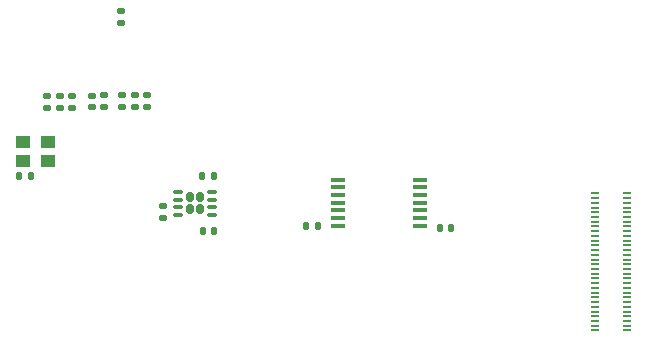
<source format=gbr>
%TF.GenerationSoftware,KiCad,Pcbnew,(6.0.7)*%
%TF.CreationDate,2022-09-26T14:07:28+03:00*%
%TF.ProjectId,202-combi-v0.2,3230322d-636f-46d6-9269-2d76302e322e,rev?*%
%TF.SameCoordinates,PX328b740PY3479d68*%
%TF.FileFunction,Paste,Bot*%
%TF.FilePolarity,Positive*%
%FSLAX46Y46*%
G04 Gerber Fmt 4.6, Leading zero omitted, Abs format (unit mm)*
G04 Created by KiCad (PCBNEW (6.0.7)) date 2022-09-26 14:07:28*
%MOMM*%
%LPD*%
G01*
G04 APERTURE LIST*
G04 Aperture macros list*
%AMRoundRect*
0 Rectangle with rounded corners*
0 $1 Rounding radius*
0 $2 $3 $4 $5 $6 $7 $8 $9 X,Y pos of 4 corners*
0 Add a 4 corners polygon primitive as box body*
4,1,4,$2,$3,$4,$5,$6,$7,$8,$9,$2,$3,0*
0 Add four circle primitives for the rounded corners*
1,1,$1+$1,$2,$3*
1,1,$1+$1,$4,$5*
1,1,$1+$1,$6,$7*
1,1,$1+$1,$8,$9*
0 Add four rect primitives between the rounded corners*
20,1,$1+$1,$2,$3,$4,$5,0*
20,1,$1+$1,$4,$5,$6,$7,0*
20,1,$1+$1,$6,$7,$8,$9,0*
20,1,$1+$1,$8,$9,$2,$3,0*%
G04 Aperture macros list end*
%ADD10R,0.660400X0.254000*%
%ADD11RoundRect,0.172500X0.172500X0.242500X-0.172500X0.242500X-0.172500X-0.242500X0.172500X-0.242500X0*%
%ADD12RoundRect,0.075000X0.325000X0.075000X-0.325000X0.075000X-0.325000X-0.075000X0.325000X-0.075000X0*%
%ADD13RoundRect,0.140000X-0.170000X0.140000X-0.170000X-0.140000X0.170000X-0.140000X0.170000X0.140000X0*%
%ADD14RoundRect,0.140000X0.140000X0.170000X-0.140000X0.170000X-0.140000X-0.170000X0.140000X-0.170000X0*%
%ADD15RoundRect,0.135000X0.185000X-0.135000X0.185000X0.135000X-0.185000X0.135000X-0.185000X-0.135000X0*%
%ADD16RoundRect,0.135000X-0.185000X0.135000X-0.185000X-0.135000X0.185000X-0.135000X0.185000X0.135000X0*%
%ADD17R,1.200000X0.400000*%
%ADD18R,1.300000X1.100000*%
%ADD19RoundRect,0.140000X-0.140000X-0.170000X0.140000X-0.170000X0.140000X0.170000X-0.140000X0.170000X0*%
%ADD20RoundRect,0.140000X0.170000X-0.140000X0.170000X0.140000X-0.170000X0.140000X-0.170000X-0.140000X0*%
G04 APERTURE END LIST*
D10*
%TO.C,P8*%
X52495001Y-19175001D03*
X49784999Y-19175001D03*
X52495001Y-19575001D03*
X49784999Y-19575001D03*
X52495001Y-19975000D03*
X49784999Y-19975000D03*
X52495001Y-20375002D03*
X49784999Y-20375002D03*
X52495001Y-20775001D03*
X49784999Y-20775001D03*
X52495001Y-21175000D03*
X49784999Y-21175000D03*
X52495001Y-21574999D03*
X49784999Y-21574999D03*
X52495001Y-21975001D03*
X49784999Y-21975001D03*
X52495001Y-22375000D03*
X49784999Y-22375000D03*
X52495001Y-22774999D03*
X49784999Y-22774999D03*
X52495001Y-23175001D03*
X49784999Y-23175001D03*
X52495001Y-23575000D03*
X49784999Y-23575000D03*
X52495001Y-23974999D03*
X49784999Y-23974999D03*
X52495001Y-24375001D03*
X49784999Y-24375001D03*
X52495001Y-24775000D03*
X49784999Y-24775000D03*
X52495001Y-25175000D03*
X49784999Y-25175000D03*
X52495001Y-25574999D03*
X49784999Y-25574999D03*
X52495001Y-25975001D03*
X49784999Y-25975001D03*
X52495001Y-26375000D03*
X49784999Y-26375000D03*
X52495001Y-26774999D03*
X49784999Y-26774999D03*
X52495001Y-27175001D03*
X49784999Y-27175001D03*
X52495001Y-27575000D03*
X49784999Y-27575000D03*
X52495001Y-27974999D03*
X49784999Y-27974999D03*
X52495001Y-28374998D03*
X49784999Y-28374998D03*
X52495001Y-28775000D03*
X49784999Y-28775000D03*
X52495001Y-29174999D03*
X49784999Y-29174999D03*
X52495001Y-29574998D03*
X49784999Y-29574998D03*
X52495001Y-29975000D03*
X49784999Y-29975000D03*
X52495001Y-30374999D03*
X49784999Y-30374999D03*
X52495001Y-30774999D03*
X49784999Y-30774999D03*
%TD*%
D11*
%TO.C,U6*%
X15487500Y-19515000D03*
X16337500Y-19515000D03*
X16337500Y-20535000D03*
X15487500Y-20535000D03*
D12*
X17362500Y-19050000D03*
X17362500Y-19700000D03*
X17362500Y-20350000D03*
X17362500Y-21000000D03*
X14462500Y-21000000D03*
X14462500Y-20350000D03*
X14462500Y-19700000D03*
X14462500Y-19050000D03*
%TD*%
D13*
%TO.C,C1*%
X8230000Y-10885000D03*
X8230000Y-11845000D03*
%TD*%
D14*
%TO.C,C11*%
X26280000Y-21975000D03*
X25320000Y-21975000D03*
%TD*%
D15*
%TO.C,R8*%
X5475000Y-11960000D03*
X5475000Y-10940000D03*
%TD*%
%TO.C,R5*%
X11875000Y-11900000D03*
X11875000Y-10880000D03*
%TD*%
%TO.C,R9*%
X4450000Y-11960000D03*
X4450000Y-10940000D03*
%TD*%
%TO.C,R7*%
X9700000Y-11900000D03*
X9700000Y-10880000D03*
%TD*%
D16*
%TO.C,R11*%
X9600000Y-3765000D03*
X9600000Y-4785000D03*
%TD*%
D17*
%TO.C,U1*%
X28050000Y-21900000D03*
X28050000Y-21250000D03*
X28050000Y-20600000D03*
X28050000Y-19950000D03*
X28050000Y-19300000D03*
X28050000Y-18650000D03*
X28050000Y-18000000D03*
X34950000Y-18000000D03*
X34950000Y-18650000D03*
X34950000Y-19300000D03*
X34950000Y-19950000D03*
X34950000Y-20600000D03*
X34950000Y-21250000D03*
X34950000Y-21900000D03*
%TD*%
D13*
%TO.C,C2*%
X7200000Y-10895000D03*
X7200000Y-11855000D03*
%TD*%
D15*
%TO.C,R10*%
X3400000Y-11960000D03*
X3400000Y-10940000D03*
%TD*%
D18*
%TO.C,U3*%
X1345900Y-14800000D03*
X3454100Y-14800000D03*
X3454100Y-16450000D03*
X1345900Y-16450000D03*
%TD*%
D19*
%TO.C,C18*%
X1020000Y-17675000D03*
X1980000Y-17675000D03*
%TD*%
%TO.C,C9*%
X36620000Y-22075000D03*
X37580000Y-22075000D03*
%TD*%
D14*
%TO.C,C21*%
X17505000Y-22350000D03*
X16545000Y-22350000D03*
%TD*%
D20*
%TO.C,C20*%
X13200000Y-21230000D03*
X13200000Y-20270000D03*
%TD*%
D14*
%TO.C,C19*%
X17480000Y-17725000D03*
X16520000Y-17725000D03*
%TD*%
D15*
%TO.C,R6*%
X10795000Y-11900000D03*
X10795000Y-10880000D03*
%TD*%
M02*

</source>
